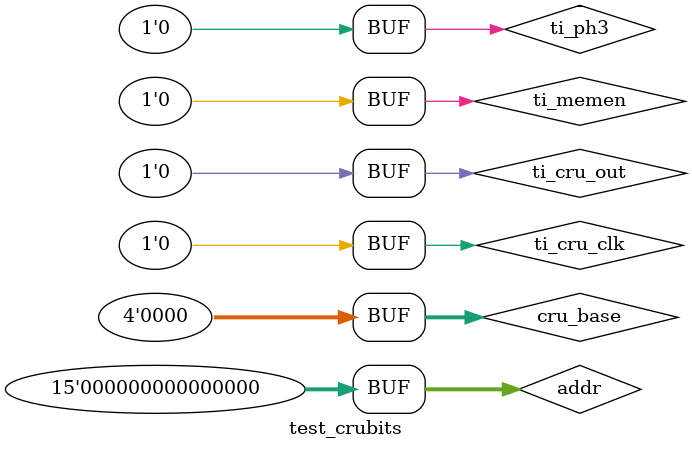
<source format=v>
`timescale 1ns / 1ps

`include "crubits.v"
module test_crubits;

	// Inputs
	reg [0:3] cru_base;
	reg ti_cru_clk;
	reg ti_memen;
	reg ti_ph3;
	reg [0:14] addr;
	reg ti_cru_out;

	// Outputs
	wire ti_cru_in;
	wire [0:3] bits;

	// Instantiate the Unit Under Test (UUT)
	crubits uut (
		.cru_base(cru_base), 
		.ti_cru_clk(ti_cru_clk), 
		.ti_memen(ti_memen), 
		.ti_ph3(ti_ph3), 
		.addr(addr), 
		.ti_cru_out(ti_cru_out), 
		.ti_cru_in(ti_cru_in), 
		.bits(bits)
	);

	initial begin
		// Initialize Inputs
		cru_base = 0;
		ti_cru_clk = 0;
		ti_memen = 0;
		ti_ph3 = 0;
		addr = 0;
		ti_cru_out = 0;

		// Wait 100 ns for global reset to finish
		#100;
        
		// Add stimulus here

	end
      
endmodule


</source>
